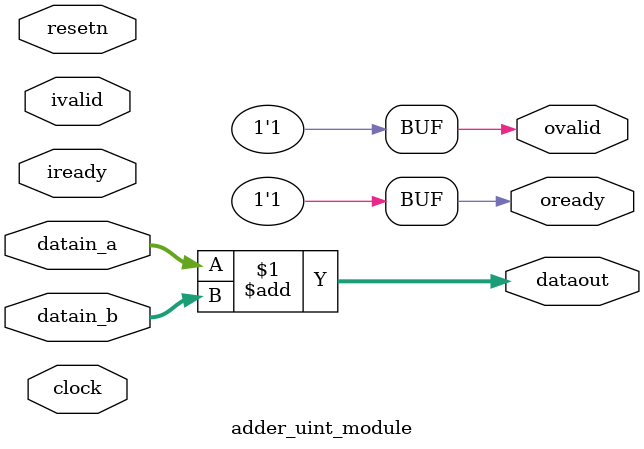
<source format=v>
/*
###############################
## Created: Intel Corporation 
##          Christian Faerber
##          PSG CE EMEA TS-FAE 
##          June 2022
###############################
*/

`timescale 1 ps / 1 ps
 
module adder_uint_module (
  input   clock,
  input   resetn,
  input   ivalid, 
  input   iready,
  output  ovalid,
  output  oready,
  input   [31:0]  datain_a,
  input   [31:0]  datain_b,    
  output  [31:0]  dataout);
 
  assign  ovalid = 1'b1;
  assign  oready = 1'b1;
  // clk, ivalid, iready, resetn are ignored
  assign dataout = datain_a + datain_b;
 
endmodule
</source>
